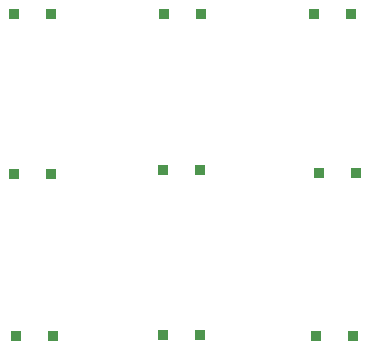
<source format=gbr>
G04*
G04 #@! TF.GenerationSoftware,Altium Limited,Altium Designer,24.6.1 (21)*
G04*
G04 Layer_Color=128*
%FSLAX44Y44*%
%MOMM*%
G71*
G04*
G04 #@! TF.SameCoordinates,A1155FF5-20E2-49EF-A20C-19287BC56D99*
G04*
G04*
G04 #@! TF.FilePolarity,Positive*
G04*
G01*
G75*
%ADD28R,0.9000X0.9500*%
D28*
X686310Y910590D02*
D03*
X654810D02*
D03*
X690120Y775970D02*
D03*
X658620D02*
D03*
X559310Y910590D02*
D03*
X527810D02*
D03*
X432310Y774700D02*
D03*
X400810D02*
D03*
X558040Y778510D02*
D03*
X526540D02*
D03*
X558040Y638810D02*
D03*
X526540D02*
D03*
X432310Y910590D02*
D03*
X400810D02*
D03*
X433580Y637540D02*
D03*
X402080D02*
D03*
X687580D02*
D03*
X656080D02*
D03*
M02*

</source>
